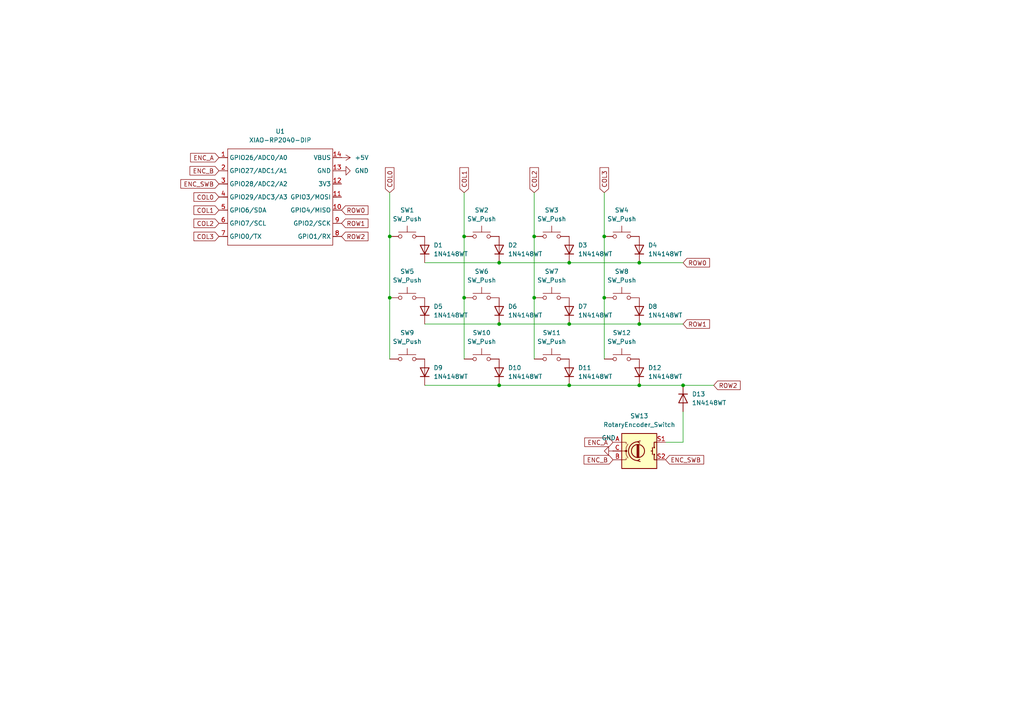
<source format=kicad_sch>
(kicad_sch (version 20250114) (generator "eeschema") (generator_version "9.0")
  (paper "A4")
  (title_block (title "PixelPad macropad"))
  (lib_symbols
    (symbol "Device:RotaryEncoder_Switch" (pin_names (offset 0.254) (hide yes))
      (property "Reference" "SW" (at 0 6.604 0))
      (property "Value" "RotaryEncoder_Switch" (at 0 -6.604 0))
      (symbol "RotaryEncoder_Switch_0_1"
        (rectangle (start -5.08 5.08) (end 5.08 -5.08) (stroke (width 0.254)) (fill (type background)))
        (polyline (pts (xy -5.08 2.54) (xy -3.81 2.54) (xy -3.81 2.032)))
        (polyline (pts (xy -5.08 0) (xy -3.81 0) (xy -3.81 -1.016) (xy -3.302 -2.032)))
        (polyline (pts (xy -5.08 -2.54) (xy -3.81 -2.54) (xy -3.81 -2.032)))
        (polyline (pts (xy -4.318 0) (xy -3.81 0) (xy -3.81 1.016) (xy -3.302 2.032)))
        (circle (center -3.81 0) (radius 0.254) (fill (type outline)))
        (polyline (pts (xy -0.635 -1.778) (xy -0.635 1.778)) (stroke (width 0.254)))
        (circle (center -0.381 0) (radius 1.905) (stroke (width 0.254)))
        (polyline (pts (xy -0.381 -1.778) (xy -0.381 1.778)) (stroke (width 0.254)))
        (arc (start -0.381 -2.794) (mid -3.0988 -0.0635) (end -0.381 2.667) (stroke (width 0.254)))
        (polyline (pts (xy -0.127 1.778) (xy -0.127 -1.778)) (stroke (width 0.254)))
        (polyline (pts (xy 0.254 2.921) (xy -0.508 2.667) (xy 0.127 2.286)) (stroke (width 0.254)))
        (polyline (pts (xy 0.254 -3.048) (xy -0.508 -2.794) (xy 0.127 -2.413)) (stroke (width 0.254)))
        (polyline (pts (xy 3.81 1.016) (xy 3.81 -1.016)) (stroke (width 0.254)))
        (polyline (pts (xy 3.81 0) (xy 3.429 0)) (stroke (width 0.254)))
        (circle (center 4.318 1.016) (radius 0.127) (stroke (width 0.254)))
        (circle (center 4.318 -1.016) (radius 0.127) (stroke (width 0.254)))
        (polyline (pts (xy 5.08 2.54) (xy 4.318 2.54) (xy 4.318 1.016)) (stroke (width 0.254)))
        (polyline (pts (xy 5.08 -2.54) (xy 4.318 -2.54) (xy 4.318 -1.016)) (stroke (width 0.254)))
      )
      (symbol "RotaryEncoder_Switch_1_1"
        (pin passive line (at -7.62 2.54 0) (length 2.54) (name "A") (number "A"))
        (pin passive line (at -7.62 0 0) (length 2.54) (name "C") (number "C"))
        (pin passive line (at -7.62 -2.54 0) (length 2.54) (name "B") (number "B"))
        (pin passive line (at 7.62 2.54 180) (length 2.54) (name "S1") (number "S1"))
        (pin passive line (at 7.62 -2.54 180) (length 2.54) (name "S2") (number "S2"))
      )
    )
    (symbol "Diode:1N4148WT" (pin_numbers (hide yes)) (pin_names (hide yes))
      (property "Reference" "D" (at 0 2.54 0))
      (property "Value" "1N4148WT" (at 0 -2.54 0))
      (symbol "1N4148WT_0_1"
        (polyline (pts (xy -1.27 1.27) (xy -1.27 -1.27)) (stroke (width 0.254)))
        (polyline (pts (xy 1.27 1.27) (xy 1.27 -1.27) (xy -1.27 0) (xy 1.27 1.27)) (stroke (width 0.254)))
        (polyline (pts (xy 1.27 0) (xy -1.27 0)))
      )
      (symbol "1N4148WT_1_1"
        (pin passive line (at -3.81 0 0) (length 2.54) (name "K") (number "1"))
        (pin passive line (at 3.81 0 180) (length 2.54) (name "A") (number "2"))
      )
    )
    (symbol "OPL:XIAO-RP2040-DIP"
      (property "Reference" "U" (at 0 0 0))
      (property "Value" "XIAO-RP2040-DIP" (at 5.334 -1.778 0))
      (symbol "XIAO-RP2040-DIP_1_0"
        (polyline (pts (xy -1.27 -2.54) (xy 29.21 -2.54)) (stroke (width 0.1524)))
        (polyline (pts (xy -1.27 -5.08) (xy -2.54 -5.08)) (stroke (width 0.1524)))
        (polyline (pts (xy -1.27 -5.08) (xy -1.27 -2.54)) (stroke (width 0.1524)))
        (polyline (pts (xy -1.27 -8.89) (xy -2.54 -8.89)) (stroke (width 0.1524)))
        (polyline (pts (xy -1.27 -8.89) (xy -1.27 -5.08)) (stroke (width 0.1524)))
        (polyline (pts (xy -1.27 -12.7) (xy -2.54 -12.7)) (stroke (width 0.1524)))
        (polyline (pts (xy -1.27 -12.7) (xy -1.27 -8.89)) (stroke (width 0.1524)))
        (polyline (pts (xy -1.27 -16.51) (xy -2.54 -16.51)) (stroke (width 0.1524)))
        (polyline (pts (xy -1.27 -16.51) (xy -1.27 -12.7)) (stroke (width 0.1524)))
        (polyline (pts (xy -1.27 -20.32) (xy -2.54 -20.32)) (stroke (width 0.1524)))
        (polyline (pts (xy -1.27 -24.13) (xy -2.54 -24.13)) (stroke (width 0.1524)))
        (polyline (pts (xy -1.27 -27.94) (xy -2.54 -27.94)) (stroke (width 0.1524)))
        (polyline (pts (xy -1.27 -30.48) (xy -1.27 -16.51)) (stroke (width 0.1524)))
        (polyline (pts (xy 29.21 -2.54) (xy 29.21 -5.08)) (stroke (width 0.1524)))
        (polyline (pts (xy 29.21 -5.08) (xy 29.21 -8.89)) (stroke (width 0.1524)))
        (polyline (pts (xy 29.21 -8.89) (xy 29.21 -12.7)) (stroke (width 0.1524)))
        (polyline (pts (xy 29.21 -12.7) (xy 29.21 -30.48)) (stroke (width 0.1524)))
        (polyline (pts (xy 29.21 -30.48) (xy -1.27 -30.48)) (stroke (width 0.1524)))
        (polyline (pts (xy 30.48 -5.08) (xy 29.21 -5.08)) (stroke (width 0.1524)))
        (polyline (pts (xy 30.48 -8.89) (xy 29.21 -8.89)) (stroke (width 0.1524)))
        (polyline (pts (xy 30.48 -12.7) (xy 29.21 -12.7)) (stroke (width 0.1524)))
        (polyline (pts (xy 30.48 -16.51) (xy 29.21 -16.51)) (stroke (width 0.1524)))
        (polyline (pts (xy 30.48 -20.32) (xy 29.21 -20.32)) (stroke (width 0.1524)))
        (polyline (pts (xy 30.48 -24.13) (xy 29.21 -24.13)) (stroke (width 0.1524)))
        (polyline (pts (xy 30.48 -27.94) (xy 29.21 -27.94)) (stroke (width 0.1524)))
        (pin passive line (at -3.81 -5.08 0) (length 2.54) (name "GPIO26/ADC0/A0") (number "1"))
        (pin passive line (at -3.81 -8.89 0) (length 2.54) (name "GPIO27/ADC1/A1") (number "2"))
        (pin passive line (at -3.81 -12.7 0) (length 2.54) (name "GPIO28/ADC2/A2") (number "3"))
        (pin passive line (at -3.81 -16.51 0) (length 2.54) (name "GPIO29/ADC3/A3") (number "4"))
        (pin passive line (at -3.81 -20.32 0) (length 2.54) (name "GPIO6/SDA") (number "5"))
        (pin passive line (at -3.81 -24.13 0) (length 2.54) (name "GPIO7/SCL") (number "6"))
        (pin passive line (at -3.81 -27.94 0) (length 2.54) (name "GPIO0/TX") (number "7"))
        (pin passive line (at 31.75 -5.08 180) (length 2.54) (name "VBUS") (number "14"))
        (pin passive line (at 31.75 -8.89 180) (length 2.54) (name "GND") (number "13"))
        (pin passive line (at 31.75 -12.7 180) (length 2.54) (name "3V3") (number "12"))
        (pin passive line (at 31.75 -16.51 180) (length 2.54) (name "GPIO3/MOSI") (number "11"))
        (pin passive line (at 31.75 -20.32 180) (length 2.54) (name "GPIO4/MISO") (number "10"))
        (pin passive line (at 31.75 -24.13 180) (length 2.54) (name "GPIO2/SCK") (number "9"))
        (pin passive line (at 31.75 -27.94 180) (length 2.54) (name "GPIO1/RX") (number "8"))
      )
    )
    (symbol "Switch:SW_Push" (pin_numbers (hide yes)) (pin_names (offset 1.016) (hide yes))
      (property "Reference" "SW" (at 1.27 2.54 0))
      (property "Value" "SW_Push" (at 0 -1.524 0))
      (symbol "SW_Push_0_1"
        (circle (center -2.032 0) (radius 0.508))
        (polyline (pts (xy 0 1.27) (xy 0 3.048)))
        (circle (center 2.032 0) (radius 0.508))
        (polyline (pts (xy 2.54 1.27) (xy -2.54 1.27)))
        (pin passive line (at -5.08 0 0) (length 2.54) (name "1") (number "1"))
        (pin passive line (at 5.08 0 180) (length 2.54) (name "2") (number "2"))
      )
    )
    (symbol "power:+5V" (power) (pin_numbers (hide yes)) (pin_names (offset 0) (hide yes))
      (property "Value" "+5V" (at 0 3.556 0))
      (symbol "+5V_0_1"
        (polyline (pts (xy -0.762 1.27) (xy 0 2.54)))
        (polyline (pts (xy 0 2.54) (xy 0.762 1.27)))
        (polyline (pts (xy 0 0) (xy 0 2.54)))
      )
      (symbol "+5V_1_1"
        (pin power_in line (at 0 0 90) (length 0) (name "~") (number "1"))
      )
    )
    (symbol "power:GND" (power) (pin_numbers (hide yes)) (pin_names (offset 0) (hide yes))
      (property "Value" "GND" (at 0 -3.81 0))
      (symbol "GND_0_1"
        (polyline (pts (xy 0 0) (xy 0 -1.27) (xy 1.27 -1.27) (xy 0 -2.54) (xy -1.27 -1.27) (xy 0 -1.27)))
      )
      (symbol "GND_1_1"
        (pin power_in line (at 0 0 270) (length 0) (name "~") (number "1"))
      )
    )
  )
  (junction (at 113.03 68.58))
  (junction (at 154.94 86.36))
  (junction (at 154.94 68.58))
  (junction (at 175.26 68.58))
  (junction (at 165.1 93.98))
  (junction (at 198.12 111.76))
  (junction (at 185.42 111.76))
  (junction (at 165.1 76.2))
  (junction (at 165.1 111.76))
  (junction (at 144.78 93.98))
  (junction (at 144.78 76.2))
  (junction (at 134.62 86.36))
  (junction (at 185.42 76.2))
  (junction (at 175.26 86.36))
  (junction (at 185.42 93.98))
  (junction (at 113.03 86.36))
  (junction (at 144.78 111.76))
  (junction (at 134.62 68.58))
  (wire (pts (xy 165.1 76.2) (xy 185.42 76.2)))
  (wire (pts (xy 113.03 86.36) (xy 113.03 104.14)))
  (wire (pts (xy 198.12 111.76) (xy 207.01 111.76)))
  (wire (pts (xy 154.94 86.36) (xy 154.94 104.14)))
  (wire (pts (xy 144.78 76.2) (xy 165.1 76.2)))
  (wire (pts (xy 154.94 68.58) (xy 154.94 86.36)))
  (wire (pts (xy 123.19 76.2) (xy 144.78 76.2)))
  (wire (pts (xy 134.62 55.88) (xy 134.62 68.58)))
  (wire (pts (xy 185.42 93.98) (xy 198.12 93.98)))
  (wire (pts (xy 144.78 111.76) (xy 165.1 111.76)))
  (wire (pts (xy 165.1 111.76) (xy 185.42 111.76)))
  (wire (pts (xy 134.62 68.58) (xy 134.62 86.36)))
  (wire (pts (xy 175.26 55.88) (xy 175.26 68.58)))
  (wire (pts (xy 175.26 86.36) (xy 175.26 104.14)))
  (wire (pts (xy 198.12 128.27) (xy 198.12 119.38)))
  (wire (pts (xy 175.26 68.58) (xy 175.26 86.36)))
  (wire (pts (xy 185.42 111.76) (xy 198.12 111.76)))
  (wire (pts (xy 123.19 93.98) (xy 144.78 93.98)))
  (wire (pts (xy 193.04 128.27) (xy 198.12 128.27)))
  (wire (pts (xy 113.03 55.88) (xy 113.03 68.58)))
  (wire (pts (xy 144.78 93.98) (xy 165.1 93.98)))
  (wire (pts (xy 113.03 68.58) (xy 113.03 86.36)))
  (wire (pts (xy 123.19 111.76) (xy 144.78 111.76)))
  (wire (pts (xy 154.94 55.88) (xy 154.94 68.58)))
  (wire (pts (xy 134.62 86.36) (xy 134.62 104.14)))
  (wire (pts (xy 185.42 76.2) (xy 198.12 76.2)))
  (wire (pts (xy 165.1 93.98) (xy 185.42 93.98)))
  (global_label "ROW0" (shape input) (at 198.12 76.2 0) (property "Intersheetrefs" "${INTERSHEET_REFS}" (effects (hide yes))))
  (global_label "ROW0" (shape input) (at 99.06 60.96 0) (property "Intersheetrefs" "${INTERSHEET_REFS}" (effects (hide yes))))
  (global_label "ENC_SWB" (shape input) (at 63.5 53.34 180) (property "Intersheetrefs" "${INTERSHEET_REFS}" (effects (hide yes))))
  (global_label "COL3" (shape input) (at 175.26 55.88 90) (property "Intersheetrefs" "${INTERSHEET_REFS}" (effects (hide yes))))
  (global_label "COL2" (shape input) (at 154.94 55.88 90) (property "Intersheetrefs" "${INTERSHEET_REFS}" (effects (hide yes))))
  (global_label "COL0" (shape input) (at 63.5 57.15 180) (property "Intersheetrefs" "${INTERSHEET_REFS}" (effects (hide yes))))
  (global_label "ROW1" (shape input) (at 198.12 93.98 0) (property "Intersheetrefs" "${INTERSHEET_REFS}" (effects (hide yes))))
  (global_label "ENC_A" (shape input) (at 177.8 128.27 180) (property "Intersheetrefs" "${INTERSHEET_REFS}" (effects (hide yes))))
  (global_label "ENC_A" (shape input) (at 63.5 45.72 180) (property "Intersheetrefs" "${INTERSHEET_REFS}" (effects (hide yes))))
  (global_label "COL1" (shape input) (at 134.62 55.88 90) (property "Intersheetrefs" "${INTERSHEET_REFS}" (effects (hide yes))))
  (global_label "ROW1" (shape input) (at 99.06 64.77 0) (property "Intersheetrefs" "${INTERSHEET_REFS}" (effects (hide yes))))
  (global_label "COL0" (shape input) (at 113.03 55.88 90) (property "Intersheetrefs" "${INTERSHEET_REFS}" (effects (hide yes))))
  (global_label "ENC_B" (shape input) (at 63.5 49.53 180) (property "Intersheetrefs" "${INTERSHEET_REFS}" (effects (hide yes))))
  (global_label "ROW2" (shape input) (at 207.01 111.76 0) (property "Intersheetrefs" "${INTERSHEET_REFS}" (effects (hide yes))))
  (global_label "COL3" (shape input) (at 63.5 68.58 180) (property "Intersheetrefs" "${INTERSHEET_REFS}" (effects (hide yes))))
  (global_label "ENC_SWB" (shape input) (at 193.04 133.35 0) (property "Intersheetrefs" "${INTERSHEET_REFS}" (effects (hide yes))))
  (global_label "ENC_B" (shape input) (at 177.8 133.35 180) (property "Intersheetrefs" "${INTERSHEET_REFS}" (effects (hide yes))))
  (global_label "COL2" (shape input) (at 63.5 64.77 180) (property "Intersheetrefs" "${INTERSHEET_REFS}" (effects (hide yes))))
  (global_label "ROW2" (shape input) (at 99.06 68.58 0) (property "Intersheetrefs" "${INTERSHEET_REFS}" (effects (hide yes))))
  (global_label "COL1" (shape input) (at 63.5 60.96 180) (property "Intersheetrefs" "${INTERSHEET_REFS}" (effects (hide yes))))
  (symbol (lib_id "power:+5V") (at 99.06 45.72 270) (unit 1)
    (property "Reference" "#PWR04" (effects (hide yes)))
    (property "Value" "+5V" (at 102.87 45.7199 90) (effects (justify left)))
    (property "Description" "Power symbol creates a global label with name \"+5V\"" (effects (hide yes)))
  )
  (symbol (lib_id "power:GND") (at 99.06 49.53 90) (unit 1)
    (property "Reference" "#PWR03" (effects (hide yes)))
    (property "Value" "GND" (at 102.87 49.5299 90) (effects (justify right)))
    (property "Description" "Power symbol creates a global label with name \"GND\" , ground" (effects (hide yes)))
  )
  (symbol (lib_id "Diode:1N4148WT") (at 144.78 90.17 90) (unit 1)
    (property "Reference" "D6" (at 147.32 88.8999 90) (effects (justify right)))
    (property "Value" "1N4148WT" (at 147.32 91.4399 90) (effects (justify right)))
    (property "Footprint" "Diode_THT:D_DO-35_SOD27_P7.62mm_Horizontal" (effects (hide yes)))
    (property "Datasheet" "https://www.diodes.com/assets/Datasheets/ds30396.pdf" (effects (hide yes)))
    (property "Description" "75V 0.15A Fast switching Diode, SOD-523" (effects (hide yes)))
    (property "Sim.Device" "D" (effects (hide yes)))
    (property "Sim.Pins" "1=K 2=A" (effects (hide yes)))
  )
  (symbol (lib_id "Diode:1N4148WT") (at 185.42 90.17 90) (unit 1)
    (property "Reference" "D8" (at 187.96 88.8999 90) (effects (justify right)))
    (property "Value" "1N4148WT" (at 187.96 91.4399 90) (effects (justify right)))
    (property "Footprint" "Diode_THT:D_DO-35_SOD27_P7.62mm_Horizontal" (effects (hide yes)))
    (property "Datasheet" "https://www.diodes.com/assets/Datasheets/ds30396.pdf" (effects (hide yes)))
    (property "Description" "75V 0.15A Fast switching Diode, SOD-523" (effects (hide yes)))
    (property "Sim.Device" "D" (effects (hide yes)))
    (property "Sim.Pins" "1=K 2=A" (effects (hide yes)))
  )
  (symbol (lib_id "Diode:1N4148WT") (at 165.1 90.17 90) (unit 1)
    (property "Reference" "D7" (at 167.64 88.8999 90) (effects (justify right)))
    (property "Value" "1N4148WT" (at 167.64 91.4399 90) (effects (justify right)))
    (property "Footprint" "Diode_THT:D_DO-35_SOD27_P7.62mm_Horizontal" (effects (hide yes)))
    (property "Datasheet" "https://www.diodes.com/assets/Datasheets/ds30396.pdf" (effects (hide yes)))
    (property "Description" "75V 0.15A Fast switching Diode, SOD-523" (effects (hide yes)))
    (property "Sim.Device" "D" (effects (hide yes)))
    (property "Sim.Pins" "1=K 2=A" (effects (hide yes)))
  )
  (symbol (lib_id "Switch:SW_Push") (at 118.11 68.58 0) (unit 1)
    (property "Reference" "SW1" (at 118.11 60.96 0))
    (property "Value" "SW_Push" (at 118.11 63.5 0))
    (property "Footprint" "Button_Switch_Keyboard:SW_Cherry_MX_1.00u_PCB" (effects (hide yes)))
    (property "Description" "Push button switch, generic, two pins" (effects (hide yes)))
  )
  (symbol (lib_id "Switch:SW_Push") (at 180.34 86.36 0) (unit 1)
    (property "Reference" "SW8" (at 180.34 78.74 0))
    (property "Value" "SW_Push" (at 180.34 81.28 0))
    (property "Footprint" "Button_Switch_Keyboard:SW_Cherry_MX_1.00u_PCB" (effects (hide yes)))
    (property "Description" "Push button switch, generic, two pins" (effects (hide yes)))
  )
  (symbol (lib_id "Diode:1N4148WT") (at 123.19 72.39 90) (unit 1)
    (property "Reference" "D1" (at 125.73 71.1199 90) (effects (justify right)))
    (property "Value" "1N4148WT" (at 125.73 73.6599 90) (effects (justify right)))
    (property "Footprint" "Diode_THT:D_DO-35_SOD27_P7.62mm_Horizontal" (effects (hide yes)))
    (property "Datasheet" "https://www.diodes.com/assets/Datasheets/ds30396.pdf" (effects (hide yes)))
    (property "Description" "75V 0.15A Fast switching Diode, SOD-523" (effects (hide yes)))
    (property "Sim.Device" "D" (effects (hide yes)))
    (property "Sim.Pins" "1=K 2=A" (effects (hide yes)))
  )
  (symbol (lib_id "Diode:1N4148WT") (at 165.1 107.95 90) (unit 1)
    (property "Reference" "D11" (at 167.64 106.6799 90) (effects (justify right)))
    (property "Value" "1N4148WT" (at 167.64 109.2199 90) (effects (justify right)))
    (property "Footprint" "Diode_THT:D_DO-35_SOD27_P7.62mm_Horizontal" (effects (hide yes)))
    (property "Datasheet" "https://www.diodes.com/assets/Datasheets/ds30396.pdf" (effects (hide yes)))
    (property "Description" "75V 0.15A Fast switching Diode, SOD-523" (effects (hide yes)))
    (property "Sim.Device" "D" (effects (hide yes)))
    (property "Sim.Pins" "1=K 2=A" (effects (hide yes)))
  )
  (symbol (lib_id "Switch:SW_Push") (at 160.02 68.58 0) (unit 1)
    (property "Reference" "SW3" (at 160.02 60.96 0))
    (property "Value" "SW_Push" (at 160.02 63.5 0))
    (property "Footprint" "Button_Switch_Keyboard:SW_Cherry_MX_1.00u_PCB" (effects (hide yes)))
    (property "Description" "Push button switch, generic, two pins" (effects (hide yes)))
  )
  (symbol (lib_id "Diode:1N4148WT") (at 185.42 72.39 90) (unit 1)
    (property "Reference" "D4" (at 187.96 71.1199 90) (effects (justify right)))
    (property "Value" "1N4148WT" (at 187.96 73.6599 90) (effects (justify right)))
    (property "Footprint" "Diode_THT:D_DO-35_SOD27_P7.62mm_Horizontal" (effects (hide yes)))
    (property "Datasheet" "https://www.diodes.com/assets/Datasheets/ds30396.pdf" (effects (hide yes)))
    (property "Description" "75V 0.15A Fast switching Diode, SOD-523" (effects (hide yes)))
    (property "Sim.Device" "D" (effects (hide yes)))
    (property "Sim.Pins" "1=K 2=A" (effects (hide yes)))
  )
  (symbol (lib_id "Diode:1N4148WT") (at 123.19 107.95 90) (unit 1)
    (property "Reference" "D9" (at 125.73 106.6799 90) (effects (justify right)))
    (property "Value" "1N4148WT" (at 125.73 109.2199 90) (effects (justify right)))
    (property "Footprint" "Diode_THT:D_DO-35_SOD27_P7.62mm_Horizontal" (effects (hide yes)))
    (property "Datasheet" "https://www.diodes.com/assets/Datasheets/ds30396.pdf" (effects (hide yes)))
    (property "Description" "75V 0.15A Fast switching Diode, SOD-523" (effects (hide yes)))
    (property "Sim.Device" "D" (effects (hide yes)))
    (property "Sim.Pins" "1=K 2=A" (effects (hide yes)))
  )
  (symbol (lib_id "Switch:SW_Push") (at 139.7 104.14 0) (unit 1)
    (property "Reference" "SW10" (at 139.7 96.52 0))
    (property "Value" "SW_Push" (at 139.7 99.06 0))
    (property "Footprint" "Button_Switch_Keyboard:SW_Cherry_MX_1.00u_PCB" (effects (hide yes)))
    (property "Description" "Push button switch, generic, two pins" (effects (hide yes)))
  )
  (symbol (lib_id "Device:RotaryEncoder_Switch") (at 185.42 130.81 0) (unit 1)
    (property "Reference" "SW13" (at 185.42 120.65 0))
    (property "Value" "RotaryEncoder_Switch" (at 185.42 123.19 0))
    (property "Footprint" "Rotary_Encoder:RotaryEncoder_Alps_EC11E-Switch_Vertical_H20mm" (effects (hide yes)))
    (property "Description" "Rotary encoder, dual channel, incremental quadrate outputs, with switch" (effects (hide yes)))
  )
  (symbol (lib_id "Diode:1N4148WT") (at 185.42 107.95 90) (unit 1)
    (property "Reference" "D12" (at 187.96 106.6799 90) (effects (justify right)))
    (property "Value" "1N4148WT" (at 187.96 109.2199 90) (effects (justify right)))
    (property "Footprint" "Diode_THT:D_DO-35_SOD27_P7.62mm_Horizontal" (effects (hide yes)))
    (property "Datasheet" "https://www.diodes.com/assets/Datasheets/ds30396.pdf" (effects (hide yes)))
    (property "Description" "75V 0.15A Fast switching Diode, SOD-523" (effects (hide yes)))
    (property "Sim.Device" "D" (effects (hide yes)))
    (property "Sim.Pins" "1=K 2=A" (effects (hide yes)))
  )
  (symbol (lib_id "Switch:SW_Push") (at 139.7 86.36 0) (unit 1)
    (property "Reference" "SW6" (at 139.7 78.74 0))
    (property "Value" "SW_Push" (at 139.7 81.28 0))
    (property "Footprint" "Button_Switch_Keyboard:SW_Cherry_MX_1.00u_PCB" (effects (hide yes)))
    (property "Description" "Push button switch, generic, two pins" (effects (hide yes)))
  )
  (symbol (lib_id "power:GND") (at 177.8 130.81 270) (unit 1)
    (property "Reference" "#PWR01" (effects (hide yes)))
    (property "Value" "GND" (at 176.53 127 90))
    (property "Description" "Power symbol creates a global label with name \"GND\" , ground" (effects (hide yes)))
  )
  (symbol (lib_id "OPL:XIAO-RP2040-DIP") (at 67.31 40.64 0) (unit 1)
    (property "Reference" "U1" (at 81.28 38.1 0))
    (property "Value" "XIAO-RP2040-DIP" (at 81.28 40.64 0))
    (property "Footprint" "OPL:XIAO-RP2040-DIP" (effects (hide yes)))
  )
  (symbol (lib_id "Switch:SW_Push") (at 180.34 104.14 0) (unit 1)
    (property "Reference" "SW12" (at 180.34 96.52 0))
    (property "Value" "SW_Push" (at 180.34 99.06 0))
    (property "Footprint" "Button_Switch_Keyboard:SW_Cherry_MX_1.00u_PCB" (effects (hide yes)))
    (property "Description" "Push button switch, generic, two pins" (effects (hide yes)))
  )
  (symbol (lib_id "Diode:1N4148WT") (at 123.19 90.17 90) (unit 1)
    (property "Reference" "D5" (at 125.73 88.8999 90) (effects (justify right)))
    (property "Value" "1N4148WT" (at 125.73 91.4399 90) (effects (justify right)))
    (property "Footprint" "Diode_THT:D_DO-35_SOD27_P7.62mm_Horizontal" (effects (hide yes)))
    (property "Datasheet" "https://www.diodes.com/assets/Datasheets/ds30396.pdf" (effects (hide yes)))
    (property "Description" "75V 0.15A Fast switching Diode, SOD-523" (effects (hide yes)))
    (property "Sim.Device" "D" (effects (hide yes)))
    (property "Sim.Pins" "1=K 2=A" (effects (hide yes)))
  )
  (symbol (lib_id "Diode:1N4148WT") (at 144.78 107.95 90) (unit 1)
    (property "Reference" "D10" (at 147.32 106.6799 90) (effects (justify right)))
    (property "Value" "1N4148WT" (at 147.32 109.2199 90) (effects (justify right)))
    (property "Footprint" "Diode_THT:D_DO-35_SOD27_P7.62mm_Horizontal" (effects (hide yes)))
    (property "Datasheet" "https://www.diodes.com/assets/Datasheets/ds30396.pdf" (effects (hide yes)))
    (property "Description" "75V 0.15A Fast switching Diode, SOD-523" (effects (hide yes)))
    (property "Sim.Device" "D" (effects (hide yes)))
    (property "Sim.Pins" "1=K 2=A" (effects (hide yes)))
  )
  (symbol (lib_id "Switch:SW_Push") (at 160.02 104.14 0) (unit 1)
    (property "Reference" "SW11" (at 160.02 96.52 0))
    (property "Value" "SW_Push" (at 160.02 99.06 0))
    (property "Footprint" "Button_Switch_Keyboard:SW_Cherry_MX_1.00u_PCB" (effects (hide yes)))
    (property "Description" "Push button switch, generic, two pins" (effects (hide yes)))
  )
  (symbol (lib_id "Switch:SW_Push") (at 118.11 86.36 0) (unit 1)
    (property "Reference" "SW5" (at 118.11 78.74 0))
    (property "Value" "SW_Push" (at 118.11 81.28 0))
    (property "Footprint" "Button_Switch_Keyboard:SW_Cherry_MX_1.00u_PCB" (effects (hide yes)))
    (property "Description" "Push button switch, generic, two pins" (effects (hide yes)))
  )
  (symbol (lib_id "Diode:1N4148WT") (at 198.12 115.57 270) (unit 1)
    (property "Reference" "D13" (at 200.66 114.2999 90) (effects (justify left)))
    (property "Value" "1N4148WT" (at 200.66 116.8399 90) (effects (justify left)))
    (property "Footprint" "Diode_THT:D_DO-35_SOD27_P7.62mm_Horizontal" (effects (hide yes)))
    (property "Datasheet" "https://www.diodes.com/assets/Datasheets/ds30396.pdf" (effects (hide yes)))
    (property "Description" "75V 0.15A Fast switching Diode, SOD-523" (effects (hide yes)))
    (property "Sim.Device" "D" (effects (hide yes)))
    (property "Sim.Pins" "1=K 2=A" (effects (hide yes)))
  )
  (symbol (lib_id "Diode:1N4148WT") (at 144.78 72.39 90) (unit 1)
    (property "Reference" "D2" (at 147.32 71.1199 90) (effects (justify right)))
    (property "Value" "1N4148WT" (at 147.32 73.6599 90) (effects (justify right)))
    (property "Footprint" "Diode_THT:D_DO-35_SOD27_P7.62mm_Horizontal" (effects (hide yes)))
    (property "Datasheet" "https://www.diodes.com/assets/Datasheets/ds30396.pdf" (effects (hide yes)))
    (property "Description" "75V 0.15A Fast switching Diode, SOD-523" (effects (hide yes)))
    (property "Sim.Device" "D" (effects (hide yes)))
    (property "Sim.Pins" "1=K 2=A" (effects (hide yes)))
  )
  (symbol (lib_id "Switch:SW_Push") (at 160.02 86.36 0) (unit 1)
    (property "Reference" "SW7" (at 160.02 78.74 0))
    (property "Value" "SW_Push" (at 160.02 81.28 0))
    (property "Footprint" "Button_Switch_Keyboard:SW_Cherry_MX_1.00u_PCB" (effects (hide yes)))
    (property "Description" "Push button switch, generic, two pins" (effects (hide yes)))
  )
  (symbol (lib_id "Switch:SW_Push") (at 180.34 68.58 0) (unit 1)
    (property "Reference" "SW4" (at 180.34 60.96 0))
    (property "Value" "SW_Push" (at 180.34 63.5 0))
    (property "Footprint" "Button_Switch_Keyboard:SW_Cherry_MX_1.00u_PCB" (effects (hide yes)))
    (property "Description" "Push button switch, generic, two pins" (effects (hide yes)))
  )
  (symbol (lib_id "Switch:SW_Push") (at 139.7 68.58 0) (unit 1)
    (property "Reference" "SW2" (at 139.7 60.96 0))
    (property "Value" "SW_Push" (at 139.7 63.5 0))
    (property "Footprint" "Button_Switch_Keyboard:SW_Cherry_MX_1.00u_PCB" (effects (hide yes)))
    (property "Description" "Push button switch, generic, two pins" (effects (hide yes)))
  )
  (symbol (lib_id "Switch:SW_Push") (at 118.11 104.14 0) (unit 1)
    (property "Reference" "SW9" (at 118.11 96.52 0))
    (property "Value" "SW_Push" (at 118.11 99.06 0))
    (property "Footprint" "Button_Switch_Keyboard:SW_Cherry_MX_1.00u_PCB" (effects (hide yes)))
    (property "Description" "Push button switch, generic, two pins" (effects (hide yes)))
  )
  (symbol (lib_id "Diode:1N4148WT") (at 165.1 72.39 90) (unit 1)
    (property "Reference" "D3" (at 167.64 71.1199 90) (effects (justify right)))
    (property "Value" "1N4148WT" (at 167.64 73.6599 90) (effects (justify right)))
    (property "Footprint" "Diode_THT:D_DO-35_SOD27_P7.62mm_Horizontal" (effects (hide yes)))
    (property "Datasheet" "https://www.diodes.com/assets/Datasheets/ds30396.pdf" (effects (hide yes)))
    (property "Description" "75V 0.15A Fast switching Diode, SOD-523" (effects (hide yes)))
    (property "Sim.Device" "D" (effects (hide yes)))
    (property "Sim.Pins" "1=K 2=A" (effects (hide yes)))
  )
)
</source>
